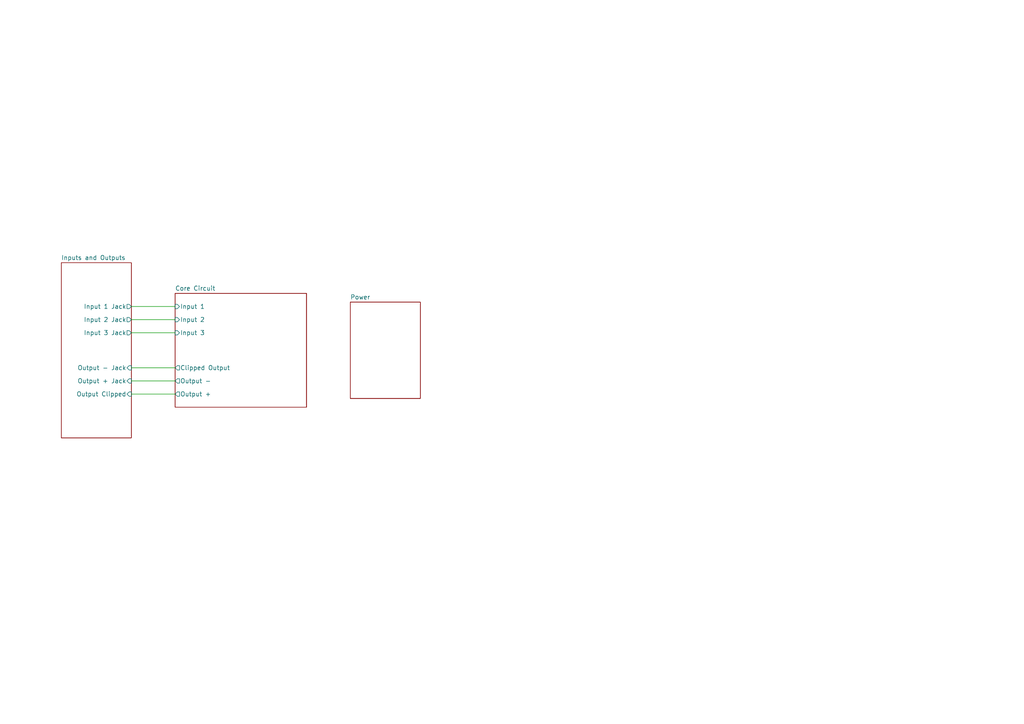
<source format=kicad_sch>
(kicad_sch
	(version 20231120)
	(generator "eeschema")
	(generator_version "8.0")
	(uuid "58f4306d-5387-4983-bb08-41a2313fd315")
	(paper "A4")
	(title_block
		(rev "1")
		(company "DMH Instruments")
		(comment 1 "PCB for 5 cm Kosmo format synthesizer module")
	)
	(lib_symbols)
	(wire
		(pts
			(xy 38.1 88.9) (xy 50.8 88.9)
		)
		(stroke
			(width 0)
			(type default)
		)
		(uuid "0359fc0e-5382-4290-9221-cdcd0ba2961e")
	)
	(wire
		(pts
			(xy 38.1 114.3) (xy 50.8 114.3)
		)
		(stroke
			(width 0)
			(type default)
		)
		(uuid "27b05245-1b8d-4ca6-9069-813800392c2a")
	)
	(wire
		(pts
			(xy 38.1 92.71) (xy 50.8 92.71)
		)
		(stroke
			(width 0)
			(type default)
		)
		(uuid "420c7393-0261-4e23-9726-26408482326e")
	)
	(wire
		(pts
			(xy 38.1 96.52) (xy 50.8 96.52)
		)
		(stroke
			(width 0)
			(type default)
		)
		(uuid "dd80744e-0df9-49d5-88f1-18dae07b97c3")
	)
	(wire
		(pts
			(xy 38.1 110.49) (xy 50.8 110.49)
		)
		(stroke
			(width 0)
			(type default)
		)
		(uuid "ddb9f17f-738a-438b-9b01-b3377061333a")
	)
	(wire
		(pts
			(xy 38.1 106.68) (xy 50.8 106.68)
		)
		(stroke
			(width 0)
			(type default)
		)
		(uuid "f3aeaf34-6185-4b16-9aa0-48f9794c07bd")
	)
	(sheet
		(at 101.6 87.63)
		(size 20.32 27.94)
		(fields_autoplaced yes)
		(stroke
			(width 0.1524)
			(type solid)
		)
		(fill
			(color 0 0 0 0.0000)
		)
		(uuid "0cdf34b2-39cd-4d9e-981a-97cd34791509")
		(property "Sheetname" "Power"
			(at 101.6 86.9184 0)
			(effects
				(font
					(size 1.27 1.27)
				)
				(justify left bottom)
			)
		)
		(property "Sheetfile" "Power.kicad_sch"
			(at 101.6 116.1546 0)
			(effects
				(font
					(size 1.27 1.27)
				)
				(justify left top)
				(hide yes)
			)
		)
		(instances
			(project "DMH_Mixer_PCB_Conn"
				(path "/58f4306d-5387-4983-bb08-41a2313fd315"
					(page "4")
				)
			)
		)
	)
	(sheet
		(at 50.8 85.09)
		(size 38.1 33.02)
		(fields_autoplaced yes)
		(stroke
			(width 0.1524)
			(type solid)
		)
		(fill
			(color 0 0 0 0.0000)
		)
		(uuid "7ad2d702-dfb7-4d49-a82d-34430dd5948f")
		(property "Sheetname" "Core Circuit"
			(at 50.8 84.3784 0)
			(effects
				(font
					(size 1.27 1.27)
				)
				(justify left bottom)
			)
		)
		(property "Sheetfile" "Core_Circuit.kicad_sch"
			(at 50.8 118.6946 0)
			(effects
				(font
					(size 1.27 1.27)
				)
				(justify left top)
				(hide yes)
			)
		)
		(pin "Input 3" input
			(at 50.8 96.52 180)
			(effects
				(font
					(size 1.27 1.27)
				)
				(justify left)
			)
			(uuid "be713f0a-ed3d-49e2-bad2-a2824caf963d")
		)
		(pin "Input 1" input
			(at 50.8 88.9 180)
			(effects
				(font
					(size 1.27 1.27)
				)
				(justify left)
			)
			(uuid "87dacb03-5d5d-41ec-8d69-f24b10071057")
		)
		(pin "Input 2" input
			(at 50.8 92.71 180)
			(effects
				(font
					(size 1.27 1.27)
				)
				(justify left)
			)
			(uuid "ff39cb94-c18b-4348-bcbb-f53ab4becba5")
		)
		(pin "Clipped Output" output
			(at 50.8 106.68 180)
			(effects
				(font
					(size 1.27 1.27)
				)
				(justify left)
			)
			(uuid "41f612df-e051-4990-9860-655b0a9f84d4")
		)
		(pin "Output -" output
			(at 50.8 110.49 180)
			(effects
				(font
					(size 1.27 1.27)
				)
				(justify left)
			)
			(uuid "645d2751-c506-467b-9b92-e4f3c69dd6d7")
		)
		(pin "Output +" output
			(at 50.8 114.3 180)
			(effects
				(font
					(size 1.27 1.27)
				)
				(justify left)
			)
			(uuid "79f3edfa-dfc6-4d02-8bfc-b3cad1b1965e")
		)
		(instances
			(project "DMH_Mixer_PCB_Conn"
				(path "/58f4306d-5387-4983-bb08-41a2313fd315"
					(page "3")
				)
			)
		)
	)
	(sheet
		(at 17.78 76.2)
		(size 20.32 50.8)
		(fields_autoplaced yes)
		(stroke
			(width 0.1524)
			(type solid)
		)
		(fill
			(color 0 0 0 0.0000)
		)
		(uuid "ce3fef8b-9f1d-4178-b50b-4a046c030679")
		(property "Sheetname" "Inputs and Outputs"
			(at 17.78 75.4884 0)
			(effects
				(font
					(size 1.27 1.27)
				)
				(justify left bottom)
			)
		)
		(property "Sheetfile" "Inputs_and_Outputs.kicad_sch"
			(at 17.78 127.5846 0)
			(effects
				(font
					(size 1.27 1.27)
				)
				(justify left top)
				(hide yes)
			)
		)
		(pin "Input 1 Jack" output
			(at 38.1 88.9 0)
			(effects
				(font
					(size 1.27 1.27)
				)
				(justify right)
			)
			(uuid "7b617360-e3e5-4b1f-b53f-3c4c9962eeea")
		)
		(pin "Input 2 Jack" output
			(at 38.1 92.71 0)
			(effects
				(font
					(size 1.27 1.27)
				)
				(justify right)
			)
			(uuid "3b21ea09-a165-4621-976d-618d1fe43361")
		)
		(pin "Input 3 Jack" output
			(at 38.1 96.52 0)
			(effects
				(font
					(size 1.27 1.27)
				)
				(justify right)
			)
			(uuid "adc5b924-f388-466a-a9ba-ec9278fe912f")
		)
		(pin "Output - Jack" input
			(at 38.1 106.68 0)
			(effects
				(font
					(size 1.27 1.27)
				)
				(justify right)
			)
			(uuid "2bcb9e34-83c9-4b86-bcce-78c0146b1687")
		)
		(pin "Output + Jack" input
			(at 38.1 110.49 0)
			(effects
				(font
					(size 1.27 1.27)
				)
				(justify right)
			)
			(uuid "9c2361d8-21f6-459b-a5c3-814c783b040b")
		)
		(pin "Output Clipped" input
			(at 38.1 114.3 0)
			(effects
				(font
					(size 1.27 1.27)
				)
				(justify right)
			)
			(uuid "0ec817d7-57d0-497a-a723-53ea6e9c7180")
		)
		(instances
			(project "DMH_Mixer_PCB_Conn"
				(path "/58f4306d-5387-4983-bb08-41a2313fd315"
					(page "2")
				)
			)
		)
	)
	(sheet_instances
		(path "/"
			(page "1")
		)
	)
)

</source>
